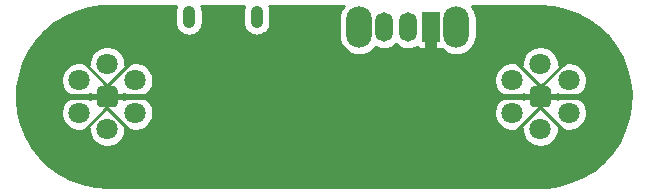
<source format=gbr>
G04 #@! TF.GenerationSoftware,KiCad,Pcbnew,(5.1.5)-3*
G04 #@! TF.CreationDate,2022-07-19T17:14:03+02:00*
G04 #@! TF.ProjectId,Stacked desk light,53746163-6b65-4642-9064-65736b206c69,rev?*
G04 #@! TF.SameCoordinates,Original*
G04 #@! TF.FileFunction,Copper,L2,Bot*
G04 #@! TF.FilePolarity,Positive*
%FSLAX46Y46*%
G04 Gerber Fmt 4.6, Leading zero omitted, Abs format (unit mm)*
G04 Created by KiCad (PCBNEW (5.1.5)-3) date 2022-07-19 17:14:03*
%MOMM*%
%LPD*%
G04 APERTURE LIST*
%ADD10C,1.800000*%
%ADD11C,0.100000*%
%ADD12O,2.200000X3.500000*%
%ADD13O,1.500000X2.500000*%
%ADD14R,1.500000X2.500000*%
%ADD15O,1.050000X1.900000*%
%ADD16C,0.500000*%
%ADD17C,0.250000*%
%ADD18C,1.000000*%
%ADD19C,0.254000*%
G04 APERTURE END LIST*
D10*
X115955598Y-101314092D03*
X118337168Y-102689092D03*
X120718738Y-101314092D03*
G04 #@! TA.AperFunction,ComponentPad*
D11*
G36*
X118831276Y-99041259D02*
G01*
X118874959Y-99047739D01*
X118917796Y-99058469D01*
X118959376Y-99073346D01*
X118999297Y-99092227D01*
X119037175Y-99114931D01*
X119072645Y-99141237D01*
X119105366Y-99170894D01*
X119135023Y-99203615D01*
X119161329Y-99239085D01*
X119184033Y-99276963D01*
X119202914Y-99316884D01*
X119217791Y-99358464D01*
X119228521Y-99401301D01*
X119235001Y-99444984D01*
X119237168Y-99489092D01*
X119237168Y-100389092D01*
X119235001Y-100433200D01*
X119228521Y-100476883D01*
X119217791Y-100519720D01*
X119202914Y-100561300D01*
X119184033Y-100601221D01*
X119161329Y-100639099D01*
X119135023Y-100674569D01*
X119105366Y-100707290D01*
X119072645Y-100736947D01*
X119037175Y-100763253D01*
X118999297Y-100785957D01*
X118959376Y-100804838D01*
X118917796Y-100819715D01*
X118874959Y-100830445D01*
X118831276Y-100836925D01*
X118787168Y-100839092D01*
X117887168Y-100839092D01*
X117843060Y-100836925D01*
X117799377Y-100830445D01*
X117756540Y-100819715D01*
X117714960Y-100804838D01*
X117675039Y-100785957D01*
X117637161Y-100763253D01*
X117601691Y-100736947D01*
X117568970Y-100707290D01*
X117539313Y-100674569D01*
X117513007Y-100639099D01*
X117490303Y-100601221D01*
X117471422Y-100561300D01*
X117456545Y-100519720D01*
X117445815Y-100476883D01*
X117439335Y-100433200D01*
X117437168Y-100389092D01*
X117437168Y-99489092D01*
X117439335Y-99444984D01*
X117445815Y-99401301D01*
X117456545Y-99358464D01*
X117471422Y-99316884D01*
X117490303Y-99276963D01*
X117513007Y-99239085D01*
X117539313Y-99203615D01*
X117568970Y-99170894D01*
X117601691Y-99141237D01*
X117637161Y-99114931D01*
X117675039Y-99092227D01*
X117714960Y-99073346D01*
X117756540Y-99058469D01*
X117799377Y-99047739D01*
X117843060Y-99041259D01*
X117887168Y-99039092D01*
X118787168Y-99039092D01*
X118831276Y-99041259D01*
G37*
G04 #@! TD.AperFunction*
D10*
X115955598Y-98564092D03*
X118337168Y-97189092D03*
X120718738Y-98564092D03*
X79281234Y-101314092D03*
X81662804Y-102689092D03*
X84044374Y-101314092D03*
G04 #@! TA.AperFunction,ComponentPad*
D11*
G36*
X82156912Y-99041259D02*
G01*
X82200595Y-99047739D01*
X82243432Y-99058469D01*
X82285012Y-99073346D01*
X82324933Y-99092227D01*
X82362811Y-99114931D01*
X82398281Y-99141237D01*
X82431002Y-99170894D01*
X82460659Y-99203615D01*
X82486965Y-99239085D01*
X82509669Y-99276963D01*
X82528550Y-99316884D01*
X82543427Y-99358464D01*
X82554157Y-99401301D01*
X82560637Y-99444984D01*
X82562804Y-99489092D01*
X82562804Y-100389092D01*
X82560637Y-100433200D01*
X82554157Y-100476883D01*
X82543427Y-100519720D01*
X82528550Y-100561300D01*
X82509669Y-100601221D01*
X82486965Y-100639099D01*
X82460659Y-100674569D01*
X82431002Y-100707290D01*
X82398281Y-100736947D01*
X82362811Y-100763253D01*
X82324933Y-100785957D01*
X82285012Y-100804838D01*
X82243432Y-100819715D01*
X82200595Y-100830445D01*
X82156912Y-100836925D01*
X82112804Y-100839092D01*
X81212804Y-100839092D01*
X81168696Y-100836925D01*
X81125013Y-100830445D01*
X81082176Y-100819715D01*
X81040596Y-100804838D01*
X81000675Y-100785957D01*
X80962797Y-100763253D01*
X80927327Y-100736947D01*
X80894606Y-100707290D01*
X80864949Y-100674569D01*
X80838643Y-100639099D01*
X80815939Y-100601221D01*
X80797058Y-100561300D01*
X80782181Y-100519720D01*
X80771451Y-100476883D01*
X80764971Y-100433200D01*
X80762804Y-100389092D01*
X80762804Y-99489092D01*
X80764971Y-99444984D01*
X80771451Y-99401301D01*
X80782181Y-99358464D01*
X80797058Y-99316884D01*
X80815939Y-99276963D01*
X80838643Y-99239085D01*
X80864949Y-99203615D01*
X80894606Y-99170894D01*
X80927327Y-99141237D01*
X80962797Y-99114931D01*
X81000675Y-99092227D01*
X81040596Y-99073346D01*
X81082176Y-99058469D01*
X81125013Y-99047739D01*
X81168696Y-99041259D01*
X81212804Y-99039092D01*
X82112804Y-99039092D01*
X82156912Y-99041259D01*
G37*
G04 #@! TD.AperFunction*
D10*
X79281234Y-98564092D03*
X81662804Y-97189092D03*
X84044374Y-98564092D03*
D12*
X103000000Y-94050000D03*
X111200000Y-94050000D03*
D13*
X105100000Y-94050000D03*
X107100000Y-94050000D03*
D14*
X109100000Y-94050000D03*
D15*
X88575000Y-93200000D03*
X94325000Y-93200000D03*
D16*
X81662804Y-99939092D02*
X77839092Y-99939092D01*
D17*
X81662804Y-99039092D02*
X79500000Y-96876288D01*
X81662804Y-99939092D02*
X81662804Y-99039092D01*
X81662804Y-99039092D02*
X83900000Y-96801896D01*
X81662804Y-100839092D02*
X79401896Y-103100000D01*
X81662804Y-99939092D02*
X81662804Y-100839092D01*
X81662804Y-100876090D02*
X83800000Y-103013286D01*
X81662804Y-99939092D02*
X81662804Y-100876090D01*
X118337168Y-99039092D02*
X116300000Y-97001924D01*
X118337168Y-99939092D02*
X118337168Y-99039092D01*
X118337168Y-99132660D02*
X120469828Y-97000000D01*
X118337168Y-99939092D02*
X118337168Y-99132660D01*
X118337168Y-100839092D02*
X116200000Y-102976260D01*
X118337168Y-99939092D02*
X118337168Y-100839092D01*
X118337168Y-100839092D02*
X120498076Y-103000000D01*
D16*
X118337168Y-99939092D02*
X114639092Y-99939092D01*
X118337168Y-99939092D02*
X121939092Y-99939092D01*
D18*
X109100000Y-94050000D02*
X109100000Y-95800000D01*
D16*
X81662804Y-99939092D02*
X85960908Y-99939092D01*
D19*
G36*
X87498115Y-92328940D02*
G01*
X87431785Y-92547600D01*
X87415000Y-92718021D01*
X87415000Y-93681978D01*
X87431785Y-93852399D01*
X87498115Y-94071059D01*
X87605829Y-94272578D01*
X87750788Y-94449212D01*
X87927421Y-94594171D01*
X88128940Y-94701885D01*
X88347600Y-94768215D01*
X88575000Y-94790612D01*
X88802399Y-94768215D01*
X89021059Y-94701885D01*
X89222578Y-94594171D01*
X89399212Y-94449212D01*
X89544171Y-94272579D01*
X89651885Y-94071060D01*
X89718215Y-93852400D01*
X89735000Y-93681979D01*
X89735000Y-92718022D01*
X89718215Y-92547600D01*
X89651885Y-92328940D01*
X89629083Y-92286281D01*
X93270917Y-92286281D01*
X93248115Y-92328941D01*
X93181785Y-92547601D01*
X93165000Y-92718022D01*
X93165000Y-93681979D01*
X93181785Y-93852400D01*
X93248115Y-94071060D01*
X93355830Y-94272579D01*
X93500789Y-94449212D01*
X93677422Y-94594171D01*
X93878941Y-94701885D01*
X94097601Y-94768215D01*
X94325000Y-94790612D01*
X94552400Y-94768215D01*
X94771060Y-94701885D01*
X94972579Y-94594171D01*
X95149212Y-94449212D01*
X95294171Y-94272579D01*
X95401885Y-94071060D01*
X95468215Y-93852400D01*
X95485000Y-93681978D01*
X95485000Y-92718021D01*
X95468215Y-92547600D01*
X95401885Y-92328940D01*
X95379083Y-92286281D01*
X101669536Y-92286281D01*
X101550422Y-92431422D01*
X101389315Y-92732832D01*
X101290105Y-93059881D01*
X101265000Y-93314775D01*
X101265000Y-94785224D01*
X101290105Y-95040118D01*
X101389314Y-95367167D01*
X101550421Y-95668577D01*
X101767234Y-95932766D01*
X102031422Y-96149579D01*
X102332832Y-96310686D01*
X102659881Y-96409895D01*
X103000000Y-96443394D01*
X103340118Y-96409895D01*
X103667167Y-96310686D01*
X103968577Y-96149579D01*
X104232766Y-95932766D01*
X104390139Y-95741006D01*
X104567419Y-95835764D01*
X104828493Y-95914960D01*
X105100000Y-95941701D01*
X105371506Y-95914960D01*
X105632580Y-95835764D01*
X105873187Y-95707157D01*
X106084080Y-95534081D01*
X106100000Y-95514683D01*
X106115919Y-95534080D01*
X106326812Y-95707157D01*
X106567419Y-95835764D01*
X106828493Y-95914960D01*
X107100000Y-95941701D01*
X107371506Y-95914960D01*
X107632580Y-95835764D01*
X107865885Y-95711060D01*
X107898815Y-95751185D01*
X107995506Y-95830537D01*
X108105820Y-95889502D01*
X108225518Y-95925812D01*
X108350000Y-95938072D01*
X108814250Y-95935000D01*
X108973000Y-95776250D01*
X108973000Y-94177000D01*
X108953000Y-94177000D01*
X108953000Y-93923000D01*
X108973000Y-93923000D01*
X108973000Y-93903000D01*
X109227000Y-93903000D01*
X109227000Y-93923000D01*
X109247000Y-93923000D01*
X109247000Y-94177000D01*
X109227000Y-94177000D01*
X109227000Y-95776250D01*
X109385750Y-95935000D01*
X109850000Y-95938072D01*
X109962496Y-95926992D01*
X109967234Y-95932766D01*
X110231422Y-96149579D01*
X110532832Y-96310686D01*
X110859881Y-96409895D01*
X111200000Y-96443394D01*
X111540118Y-96409895D01*
X111867167Y-96310686D01*
X112168577Y-96149579D01*
X112432766Y-95932766D01*
X112649579Y-95668578D01*
X112810686Y-95367168D01*
X112909895Y-95040119D01*
X112935000Y-94785225D01*
X112935000Y-93314775D01*
X112909895Y-93059881D01*
X112810686Y-92732832D01*
X112649579Y-92431422D01*
X112530465Y-92286281D01*
X118314124Y-92286281D01*
X119402010Y-92362354D01*
X120446123Y-92584286D01*
X121449193Y-92949374D01*
X122391691Y-93450509D01*
X123255261Y-94077931D01*
X124023116Y-94819440D01*
X124680300Y-95660596D01*
X125214023Y-96585031D01*
X125613890Y-97574739D01*
X125872129Y-98610477D01*
X125983707Y-99672065D01*
X125946454Y-100738861D01*
X125761094Y-101790086D01*
X125431237Y-102805280D01*
X124963303Y-103764688D01*
X124366397Y-104649638D01*
X123652136Y-105442906D01*
X122834434Y-106129040D01*
X121929188Y-106694699D01*
X120954033Y-107128867D01*
X119927940Y-107423094D01*
X118859439Y-107573262D01*
X118325646Y-107591903D01*
X81685848Y-107591903D01*
X80597961Y-107515830D01*
X79553849Y-107293898D01*
X78550779Y-106928810D01*
X77608290Y-106427680D01*
X76744710Y-105800253D01*
X75976856Y-105058744D01*
X75319672Y-104217588D01*
X74785951Y-103293155D01*
X74386082Y-102303445D01*
X74127843Y-101267706D01*
X74016266Y-100206118D01*
X74053518Y-99139323D01*
X74181605Y-98412908D01*
X77746234Y-98412908D01*
X77746234Y-98715276D01*
X77805223Y-99011835D01*
X77920935Y-99291187D01*
X78088922Y-99542597D01*
X78302729Y-99756404D01*
X78554139Y-99924391D01*
X78589630Y-99939092D01*
X78554139Y-99953793D01*
X78302729Y-100121780D01*
X78088922Y-100335587D01*
X77920935Y-100586997D01*
X77805223Y-100866349D01*
X77746234Y-101162908D01*
X77746234Y-101465276D01*
X77805223Y-101761835D01*
X77920935Y-102041187D01*
X78088922Y-102292597D01*
X78302729Y-102506404D01*
X78554139Y-102674391D01*
X78833491Y-102790103D01*
X79130050Y-102849092D01*
X79432418Y-102849092D01*
X79728977Y-102790103D01*
X80008329Y-102674391D01*
X80127804Y-102594560D01*
X80127804Y-102840276D01*
X80186793Y-103136835D01*
X80302505Y-103416187D01*
X80470492Y-103667597D01*
X80684299Y-103881404D01*
X80935709Y-104049391D01*
X81215061Y-104165103D01*
X81511620Y-104224092D01*
X81813988Y-104224092D01*
X82110547Y-104165103D01*
X82389899Y-104049391D01*
X82641309Y-103881404D01*
X82855116Y-103667597D01*
X83023103Y-103416187D01*
X83138815Y-103136835D01*
X83197804Y-102840276D01*
X83197804Y-102594560D01*
X83317279Y-102674391D01*
X83596631Y-102790103D01*
X83893190Y-102849092D01*
X84195558Y-102849092D01*
X84492117Y-102790103D01*
X84771469Y-102674391D01*
X85022879Y-102506404D01*
X85236686Y-102292597D01*
X85404673Y-102041187D01*
X85520385Y-101761835D01*
X85579374Y-101465276D01*
X85579374Y-101162908D01*
X85520385Y-100866349D01*
X85404673Y-100586997D01*
X85236686Y-100335587D01*
X85022879Y-100121780D01*
X84771469Y-99953793D01*
X84735978Y-99939092D01*
X84771469Y-99924391D01*
X85022879Y-99756404D01*
X85236686Y-99542597D01*
X85404673Y-99291187D01*
X85520385Y-99011835D01*
X85579374Y-98715276D01*
X85579374Y-98412908D01*
X114420598Y-98412908D01*
X114420598Y-98715276D01*
X114479587Y-99011835D01*
X114595299Y-99291187D01*
X114763286Y-99542597D01*
X114977093Y-99756404D01*
X115228503Y-99924391D01*
X115263994Y-99939092D01*
X115228503Y-99953793D01*
X114977093Y-100121780D01*
X114763286Y-100335587D01*
X114595299Y-100586997D01*
X114479587Y-100866349D01*
X114420598Y-101162908D01*
X114420598Y-101465276D01*
X114479587Y-101761835D01*
X114595299Y-102041187D01*
X114763286Y-102292597D01*
X114977093Y-102506404D01*
X115228503Y-102674391D01*
X115507855Y-102790103D01*
X115804414Y-102849092D01*
X116106782Y-102849092D01*
X116403341Y-102790103D01*
X116682693Y-102674391D01*
X116802168Y-102594560D01*
X116802168Y-102840276D01*
X116861157Y-103136835D01*
X116976869Y-103416187D01*
X117144856Y-103667597D01*
X117358663Y-103881404D01*
X117610073Y-104049391D01*
X117889425Y-104165103D01*
X118185984Y-104224092D01*
X118488352Y-104224092D01*
X118784911Y-104165103D01*
X119064263Y-104049391D01*
X119315673Y-103881404D01*
X119529480Y-103667597D01*
X119697467Y-103416187D01*
X119813179Y-103136835D01*
X119872168Y-102840276D01*
X119872168Y-102594560D01*
X119991643Y-102674391D01*
X120270995Y-102790103D01*
X120567554Y-102849092D01*
X120869922Y-102849092D01*
X121166481Y-102790103D01*
X121445833Y-102674391D01*
X121697243Y-102506404D01*
X121911050Y-102292597D01*
X122079037Y-102041187D01*
X122194749Y-101761835D01*
X122253738Y-101465276D01*
X122253738Y-101162908D01*
X122194749Y-100866349D01*
X122079037Y-100586997D01*
X121911050Y-100335587D01*
X121697243Y-100121780D01*
X121445833Y-99953793D01*
X121410342Y-99939092D01*
X121445833Y-99924391D01*
X121697243Y-99756404D01*
X121911050Y-99542597D01*
X122079037Y-99291187D01*
X122194749Y-99011835D01*
X122253738Y-98715276D01*
X122253738Y-98412908D01*
X122194749Y-98116349D01*
X122079037Y-97836997D01*
X121911050Y-97585587D01*
X121697243Y-97371780D01*
X121445833Y-97203793D01*
X121166481Y-97088081D01*
X120869922Y-97029092D01*
X120567554Y-97029092D01*
X120270995Y-97088081D01*
X119991643Y-97203793D01*
X119872168Y-97283624D01*
X119872168Y-97037908D01*
X119813179Y-96741349D01*
X119697467Y-96461997D01*
X119529480Y-96210587D01*
X119315673Y-95996780D01*
X119064263Y-95828793D01*
X118784911Y-95713081D01*
X118488352Y-95654092D01*
X118185984Y-95654092D01*
X117889425Y-95713081D01*
X117610073Y-95828793D01*
X117358663Y-95996780D01*
X117144856Y-96210587D01*
X116976869Y-96461997D01*
X116861157Y-96741349D01*
X116802168Y-97037908D01*
X116802168Y-97283624D01*
X116682693Y-97203793D01*
X116403341Y-97088081D01*
X116106782Y-97029092D01*
X115804414Y-97029092D01*
X115507855Y-97088081D01*
X115228503Y-97203793D01*
X114977093Y-97371780D01*
X114763286Y-97585587D01*
X114595299Y-97836997D01*
X114479587Y-98116349D01*
X114420598Y-98412908D01*
X85579374Y-98412908D01*
X85520385Y-98116349D01*
X85404673Y-97836997D01*
X85236686Y-97585587D01*
X85022879Y-97371780D01*
X84771469Y-97203793D01*
X84492117Y-97088081D01*
X84195558Y-97029092D01*
X83893190Y-97029092D01*
X83596631Y-97088081D01*
X83317279Y-97203793D01*
X83197804Y-97283624D01*
X83197804Y-97037908D01*
X83138815Y-96741349D01*
X83023103Y-96461997D01*
X82855116Y-96210587D01*
X82641309Y-95996780D01*
X82389899Y-95828793D01*
X82110547Y-95713081D01*
X81813988Y-95654092D01*
X81511620Y-95654092D01*
X81215061Y-95713081D01*
X80935709Y-95828793D01*
X80684299Y-95996780D01*
X80470492Y-96210587D01*
X80302505Y-96461997D01*
X80186793Y-96741349D01*
X80127804Y-97037908D01*
X80127804Y-97283624D01*
X80008329Y-97203793D01*
X79728977Y-97088081D01*
X79432418Y-97029092D01*
X79130050Y-97029092D01*
X78833491Y-97088081D01*
X78554139Y-97203793D01*
X78302729Y-97371780D01*
X78088922Y-97585587D01*
X77920935Y-97836997D01*
X77805223Y-98116349D01*
X77746234Y-98412908D01*
X74181605Y-98412908D01*
X74238878Y-98088098D01*
X74568735Y-97072904D01*
X75036669Y-96113493D01*
X75633575Y-95228546D01*
X76347836Y-94435278D01*
X77165539Y-93749144D01*
X78070783Y-93183485D01*
X79045937Y-92749318D01*
X80072032Y-92455090D01*
X81140535Y-92304922D01*
X81674326Y-92286281D01*
X87520917Y-92286281D01*
X87498115Y-92328940D01*
G37*
X87498115Y-92328940D02*
X87431785Y-92547600D01*
X87415000Y-92718021D01*
X87415000Y-93681978D01*
X87431785Y-93852399D01*
X87498115Y-94071059D01*
X87605829Y-94272578D01*
X87750788Y-94449212D01*
X87927421Y-94594171D01*
X88128940Y-94701885D01*
X88347600Y-94768215D01*
X88575000Y-94790612D01*
X88802399Y-94768215D01*
X89021059Y-94701885D01*
X89222578Y-94594171D01*
X89399212Y-94449212D01*
X89544171Y-94272579D01*
X89651885Y-94071060D01*
X89718215Y-93852400D01*
X89735000Y-93681979D01*
X89735000Y-92718022D01*
X89718215Y-92547600D01*
X89651885Y-92328940D01*
X89629083Y-92286281D01*
X93270917Y-92286281D01*
X93248115Y-92328941D01*
X93181785Y-92547601D01*
X93165000Y-92718022D01*
X93165000Y-93681979D01*
X93181785Y-93852400D01*
X93248115Y-94071060D01*
X93355830Y-94272579D01*
X93500789Y-94449212D01*
X93677422Y-94594171D01*
X93878941Y-94701885D01*
X94097601Y-94768215D01*
X94325000Y-94790612D01*
X94552400Y-94768215D01*
X94771060Y-94701885D01*
X94972579Y-94594171D01*
X95149212Y-94449212D01*
X95294171Y-94272579D01*
X95401885Y-94071060D01*
X95468215Y-93852400D01*
X95485000Y-93681978D01*
X95485000Y-92718021D01*
X95468215Y-92547600D01*
X95401885Y-92328940D01*
X95379083Y-92286281D01*
X101669536Y-92286281D01*
X101550422Y-92431422D01*
X101389315Y-92732832D01*
X101290105Y-93059881D01*
X101265000Y-93314775D01*
X101265000Y-94785224D01*
X101290105Y-95040118D01*
X101389314Y-95367167D01*
X101550421Y-95668577D01*
X101767234Y-95932766D01*
X102031422Y-96149579D01*
X102332832Y-96310686D01*
X102659881Y-96409895D01*
X103000000Y-96443394D01*
X103340118Y-96409895D01*
X103667167Y-96310686D01*
X103968577Y-96149579D01*
X104232766Y-95932766D01*
X104390139Y-95741006D01*
X104567419Y-95835764D01*
X104828493Y-95914960D01*
X105100000Y-95941701D01*
X105371506Y-95914960D01*
X105632580Y-95835764D01*
X105873187Y-95707157D01*
X106084080Y-95534081D01*
X106100000Y-95514683D01*
X106115919Y-95534080D01*
X106326812Y-95707157D01*
X106567419Y-95835764D01*
X106828493Y-95914960D01*
X107100000Y-95941701D01*
X107371506Y-95914960D01*
X107632580Y-95835764D01*
X107865885Y-95711060D01*
X107898815Y-95751185D01*
X107995506Y-95830537D01*
X108105820Y-95889502D01*
X108225518Y-95925812D01*
X108350000Y-95938072D01*
X108814250Y-95935000D01*
X108973000Y-95776250D01*
X108973000Y-94177000D01*
X108953000Y-94177000D01*
X108953000Y-93923000D01*
X108973000Y-93923000D01*
X108973000Y-93903000D01*
X109227000Y-93903000D01*
X109227000Y-93923000D01*
X109247000Y-93923000D01*
X109247000Y-94177000D01*
X109227000Y-94177000D01*
X109227000Y-95776250D01*
X109385750Y-95935000D01*
X109850000Y-95938072D01*
X109962496Y-95926992D01*
X109967234Y-95932766D01*
X110231422Y-96149579D01*
X110532832Y-96310686D01*
X110859881Y-96409895D01*
X111200000Y-96443394D01*
X111540118Y-96409895D01*
X111867167Y-96310686D01*
X112168577Y-96149579D01*
X112432766Y-95932766D01*
X112649579Y-95668578D01*
X112810686Y-95367168D01*
X112909895Y-95040119D01*
X112935000Y-94785225D01*
X112935000Y-93314775D01*
X112909895Y-93059881D01*
X112810686Y-92732832D01*
X112649579Y-92431422D01*
X112530465Y-92286281D01*
X118314124Y-92286281D01*
X119402010Y-92362354D01*
X120446123Y-92584286D01*
X121449193Y-92949374D01*
X122391691Y-93450509D01*
X123255261Y-94077931D01*
X124023116Y-94819440D01*
X124680300Y-95660596D01*
X125214023Y-96585031D01*
X125613890Y-97574739D01*
X125872129Y-98610477D01*
X125983707Y-99672065D01*
X125946454Y-100738861D01*
X125761094Y-101790086D01*
X125431237Y-102805280D01*
X124963303Y-103764688D01*
X124366397Y-104649638D01*
X123652136Y-105442906D01*
X122834434Y-106129040D01*
X121929188Y-106694699D01*
X120954033Y-107128867D01*
X119927940Y-107423094D01*
X118859439Y-107573262D01*
X118325646Y-107591903D01*
X81685848Y-107591903D01*
X80597961Y-107515830D01*
X79553849Y-107293898D01*
X78550779Y-106928810D01*
X77608290Y-106427680D01*
X76744710Y-105800253D01*
X75976856Y-105058744D01*
X75319672Y-104217588D01*
X74785951Y-103293155D01*
X74386082Y-102303445D01*
X74127843Y-101267706D01*
X74016266Y-100206118D01*
X74053518Y-99139323D01*
X74181605Y-98412908D01*
X77746234Y-98412908D01*
X77746234Y-98715276D01*
X77805223Y-99011835D01*
X77920935Y-99291187D01*
X78088922Y-99542597D01*
X78302729Y-99756404D01*
X78554139Y-99924391D01*
X78589630Y-99939092D01*
X78554139Y-99953793D01*
X78302729Y-100121780D01*
X78088922Y-100335587D01*
X77920935Y-100586997D01*
X77805223Y-100866349D01*
X77746234Y-101162908D01*
X77746234Y-101465276D01*
X77805223Y-101761835D01*
X77920935Y-102041187D01*
X78088922Y-102292597D01*
X78302729Y-102506404D01*
X78554139Y-102674391D01*
X78833491Y-102790103D01*
X79130050Y-102849092D01*
X79432418Y-102849092D01*
X79728977Y-102790103D01*
X80008329Y-102674391D01*
X80127804Y-102594560D01*
X80127804Y-102840276D01*
X80186793Y-103136835D01*
X80302505Y-103416187D01*
X80470492Y-103667597D01*
X80684299Y-103881404D01*
X80935709Y-104049391D01*
X81215061Y-104165103D01*
X81511620Y-104224092D01*
X81813988Y-104224092D01*
X82110547Y-104165103D01*
X82389899Y-104049391D01*
X82641309Y-103881404D01*
X82855116Y-103667597D01*
X83023103Y-103416187D01*
X83138815Y-103136835D01*
X83197804Y-102840276D01*
X83197804Y-102594560D01*
X83317279Y-102674391D01*
X83596631Y-102790103D01*
X83893190Y-102849092D01*
X84195558Y-102849092D01*
X84492117Y-102790103D01*
X84771469Y-102674391D01*
X85022879Y-102506404D01*
X85236686Y-102292597D01*
X85404673Y-102041187D01*
X85520385Y-101761835D01*
X85579374Y-101465276D01*
X85579374Y-101162908D01*
X85520385Y-100866349D01*
X85404673Y-100586997D01*
X85236686Y-100335587D01*
X85022879Y-100121780D01*
X84771469Y-99953793D01*
X84735978Y-99939092D01*
X84771469Y-99924391D01*
X85022879Y-99756404D01*
X85236686Y-99542597D01*
X85404673Y-99291187D01*
X85520385Y-99011835D01*
X85579374Y-98715276D01*
X85579374Y-98412908D01*
X114420598Y-98412908D01*
X114420598Y-98715276D01*
X114479587Y-99011835D01*
X114595299Y-99291187D01*
X114763286Y-99542597D01*
X114977093Y-99756404D01*
X115228503Y-99924391D01*
X115263994Y-99939092D01*
X115228503Y-99953793D01*
X114977093Y-100121780D01*
X114763286Y-100335587D01*
X114595299Y-100586997D01*
X114479587Y-100866349D01*
X114420598Y-101162908D01*
X114420598Y-101465276D01*
X114479587Y-101761835D01*
X114595299Y-102041187D01*
X114763286Y-102292597D01*
X114977093Y-102506404D01*
X115228503Y-102674391D01*
X115507855Y-102790103D01*
X115804414Y-102849092D01*
X116106782Y-102849092D01*
X116403341Y-102790103D01*
X116682693Y-102674391D01*
X116802168Y-102594560D01*
X116802168Y-102840276D01*
X116861157Y-103136835D01*
X116976869Y-103416187D01*
X117144856Y-103667597D01*
X117358663Y-103881404D01*
X117610073Y-104049391D01*
X117889425Y-104165103D01*
X118185984Y-104224092D01*
X118488352Y-104224092D01*
X118784911Y-104165103D01*
X119064263Y-104049391D01*
X119315673Y-103881404D01*
X119529480Y-103667597D01*
X119697467Y-103416187D01*
X119813179Y-103136835D01*
X119872168Y-102840276D01*
X119872168Y-102594560D01*
X119991643Y-102674391D01*
X120270995Y-102790103D01*
X120567554Y-102849092D01*
X120869922Y-102849092D01*
X121166481Y-102790103D01*
X121445833Y-102674391D01*
X121697243Y-102506404D01*
X121911050Y-102292597D01*
X122079037Y-102041187D01*
X122194749Y-101761835D01*
X122253738Y-101465276D01*
X122253738Y-101162908D01*
X122194749Y-100866349D01*
X122079037Y-100586997D01*
X121911050Y-100335587D01*
X121697243Y-100121780D01*
X121445833Y-99953793D01*
X121410342Y-99939092D01*
X121445833Y-99924391D01*
X121697243Y-99756404D01*
X121911050Y-99542597D01*
X122079037Y-99291187D01*
X122194749Y-99011835D01*
X122253738Y-98715276D01*
X122253738Y-98412908D01*
X122194749Y-98116349D01*
X122079037Y-97836997D01*
X121911050Y-97585587D01*
X121697243Y-97371780D01*
X121445833Y-97203793D01*
X121166481Y-97088081D01*
X120869922Y-97029092D01*
X120567554Y-97029092D01*
X120270995Y-97088081D01*
X119991643Y-97203793D01*
X119872168Y-97283624D01*
X119872168Y-97037908D01*
X119813179Y-96741349D01*
X119697467Y-96461997D01*
X119529480Y-96210587D01*
X119315673Y-95996780D01*
X119064263Y-95828793D01*
X118784911Y-95713081D01*
X118488352Y-95654092D01*
X118185984Y-95654092D01*
X117889425Y-95713081D01*
X117610073Y-95828793D01*
X117358663Y-95996780D01*
X117144856Y-96210587D01*
X116976869Y-96461997D01*
X116861157Y-96741349D01*
X116802168Y-97037908D01*
X116802168Y-97283624D01*
X116682693Y-97203793D01*
X116403341Y-97088081D01*
X116106782Y-97029092D01*
X115804414Y-97029092D01*
X115507855Y-97088081D01*
X115228503Y-97203793D01*
X114977093Y-97371780D01*
X114763286Y-97585587D01*
X114595299Y-97836997D01*
X114479587Y-98116349D01*
X114420598Y-98412908D01*
X85579374Y-98412908D01*
X85520385Y-98116349D01*
X85404673Y-97836997D01*
X85236686Y-97585587D01*
X85022879Y-97371780D01*
X84771469Y-97203793D01*
X84492117Y-97088081D01*
X84195558Y-97029092D01*
X83893190Y-97029092D01*
X83596631Y-97088081D01*
X83317279Y-97203793D01*
X83197804Y-97283624D01*
X83197804Y-97037908D01*
X83138815Y-96741349D01*
X83023103Y-96461997D01*
X82855116Y-96210587D01*
X82641309Y-95996780D01*
X82389899Y-95828793D01*
X82110547Y-95713081D01*
X81813988Y-95654092D01*
X81511620Y-95654092D01*
X81215061Y-95713081D01*
X80935709Y-95828793D01*
X80684299Y-95996780D01*
X80470492Y-96210587D01*
X80302505Y-96461997D01*
X80186793Y-96741349D01*
X80127804Y-97037908D01*
X80127804Y-97283624D01*
X80008329Y-97203793D01*
X79728977Y-97088081D01*
X79432418Y-97029092D01*
X79130050Y-97029092D01*
X78833491Y-97088081D01*
X78554139Y-97203793D01*
X78302729Y-97371780D01*
X78088922Y-97585587D01*
X77920935Y-97836997D01*
X77805223Y-98116349D01*
X77746234Y-98412908D01*
X74181605Y-98412908D01*
X74238878Y-98088098D01*
X74568735Y-97072904D01*
X75036669Y-96113493D01*
X75633575Y-95228546D01*
X76347836Y-94435278D01*
X77165539Y-93749144D01*
X78070783Y-93183485D01*
X79045937Y-92749318D01*
X80072032Y-92455090D01*
X81140535Y-92304922D01*
X81674326Y-92286281D01*
X87520917Y-92286281D01*
X87498115Y-92328940D01*
G36*
X83317279Y-99924391D02*
G01*
X83352770Y-99939092D01*
X83317279Y-99953793D01*
X83083177Y-100110215D01*
X83039054Y-100066092D01*
X81789804Y-100066092D01*
X81789804Y-100086092D01*
X81535804Y-100086092D01*
X81535804Y-100066092D01*
X80286554Y-100066092D01*
X80242431Y-100110215D01*
X80008329Y-99953793D01*
X79972838Y-99939092D01*
X80008329Y-99924391D01*
X80242431Y-99767969D01*
X80286554Y-99812092D01*
X81535804Y-99812092D01*
X81535804Y-99792092D01*
X81789804Y-99792092D01*
X81789804Y-99812092D01*
X83039054Y-99812092D01*
X83083177Y-99767969D01*
X83317279Y-99924391D01*
G37*
X83317279Y-99924391D02*
X83352770Y-99939092D01*
X83317279Y-99953793D01*
X83083177Y-100110215D01*
X83039054Y-100066092D01*
X81789804Y-100066092D01*
X81789804Y-100086092D01*
X81535804Y-100086092D01*
X81535804Y-100066092D01*
X80286554Y-100066092D01*
X80242431Y-100110215D01*
X80008329Y-99953793D01*
X79972838Y-99939092D01*
X80008329Y-99924391D01*
X80242431Y-99767969D01*
X80286554Y-99812092D01*
X81535804Y-99812092D01*
X81535804Y-99792092D01*
X81789804Y-99792092D01*
X81789804Y-99812092D01*
X83039054Y-99812092D01*
X83083177Y-99767969D01*
X83317279Y-99924391D01*
G36*
X119991643Y-99924391D02*
G01*
X120027134Y-99939092D01*
X119991643Y-99953793D01*
X119757541Y-100110215D01*
X119713418Y-100066092D01*
X118464168Y-100066092D01*
X118464168Y-100086092D01*
X118210168Y-100086092D01*
X118210168Y-100066092D01*
X116960918Y-100066092D01*
X116916795Y-100110215D01*
X116682693Y-99953793D01*
X116647202Y-99939092D01*
X116682693Y-99924391D01*
X116916795Y-99767969D01*
X116960918Y-99812092D01*
X118210168Y-99812092D01*
X118210168Y-99792092D01*
X118464168Y-99792092D01*
X118464168Y-99812092D01*
X119713418Y-99812092D01*
X119757541Y-99767969D01*
X119991643Y-99924391D01*
G37*
X119991643Y-99924391D02*
X120027134Y-99939092D01*
X119991643Y-99953793D01*
X119757541Y-100110215D01*
X119713418Y-100066092D01*
X118464168Y-100066092D01*
X118464168Y-100086092D01*
X118210168Y-100086092D01*
X118210168Y-100066092D01*
X116960918Y-100066092D01*
X116916795Y-100110215D01*
X116682693Y-99953793D01*
X116647202Y-99939092D01*
X116682693Y-99924391D01*
X116916795Y-99767969D01*
X116960918Y-99812092D01*
X118210168Y-99812092D01*
X118210168Y-99792092D01*
X118464168Y-99792092D01*
X118464168Y-99812092D01*
X119713418Y-99812092D01*
X119757541Y-99767969D01*
X119991643Y-99924391D01*
M02*

</source>
